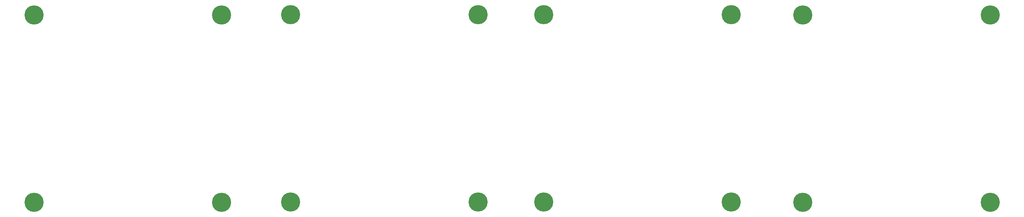
<source format=gbs>
G04 Layer: BottomSolderMaskLayer*
G04 EasyEDA v6.5.32, 2023-07-25 14:04:49*
G04 a0b758befd8440d7b96d881f184d22a9,5a6b42c53f6a479593ecc07194224c93,10*
G04 Gerber Generator version 0.2*
G04 Scale: 100 percent, Rotated: No, Reflected: No *
G04 Dimensions in millimeters *
G04 leading zeros omitted , absolute positions ,4 integer and 5 decimal *
%FSLAX45Y45*%
%MOMM*%

%ADD10C,5.2032*%

%LPD*%
D10*
G01*
X1016000Y15494000D03*
G01*
X6096000Y15494000D03*
G01*
X6096000Y20574000D03*
G01*
X1016000Y20574000D03*
G01*
X21844000Y15494000D03*
G01*
X26924000Y20574000D03*
G01*
X21844000Y20574000D03*
G01*
X13046608Y15499105D03*
G01*
X13046608Y20579105D03*
G01*
X7966608Y20579105D03*
G01*
X14824608Y15499105D03*
G01*
X19904608Y20579105D03*
G01*
X14824608Y20579105D03*
G01*
X7966608Y15499105D03*
G01*
X19904608Y15499105D03*
G01*
X26924000Y15494000D03*
M02*

</source>
